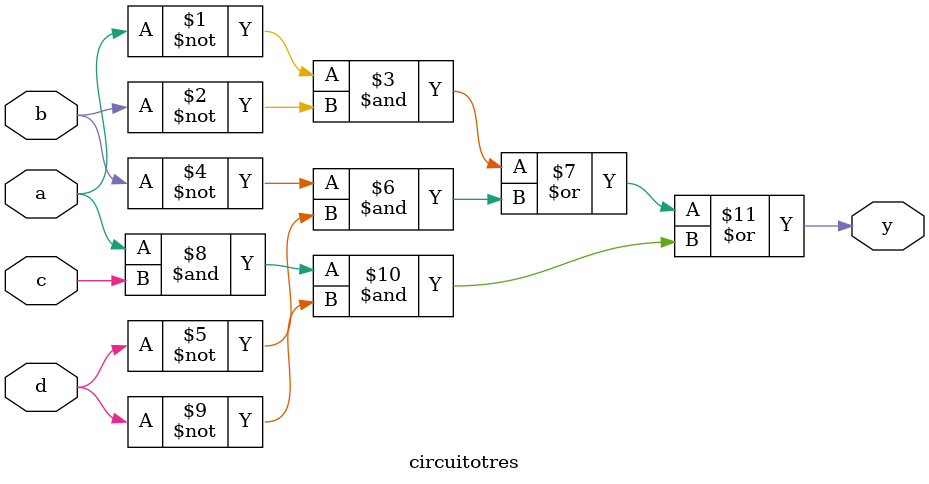
<source format=sv>
module circuitotres(
    //definindo as entradas 
    input logic a,  
    input logic b, 
    input logic c, 
    input logic d,
    //definindo as saídas
    output logic y
);
    //definindo a saída lógica Y
    assign y = ((~a) & (~b)) | ((~b) & (~d)) | (a & c & (~d));
endmodule
</source>
